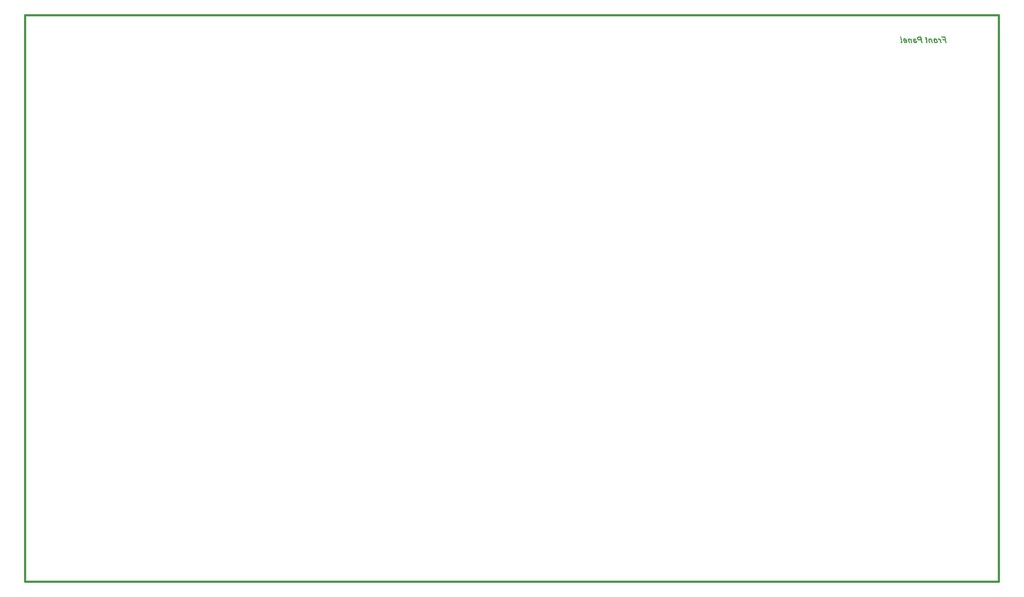
<source format=gbr>
%TF.GenerationSoftware,KiCad,Pcbnew,9.0.2*%
%TF.CreationDate,2025-08-22T18:26:35+01:00*%
%TF.ProjectId,MC8P_MIDI_CONTROLLER,4d433850-5f4d-4494-9449-5f434f4e5452,rev?*%
%TF.SameCoordinates,Original*%
%TF.FileFunction,Legend,Bot*%
%TF.FilePolarity,Positive*%
%FSLAX46Y46*%
G04 Gerber Fmt 4.6, Leading zero omitted, Abs format (unit mm)*
G04 Created by KiCad (PCBNEW 9.0.2) date 2025-08-22 18:26:35*
%MOMM*%
%LPD*%
G01*
G04 APERTURE LIST*
%ADD10C,0.300000*%
%ADD11C,0.200000*%
G04 APERTURE END LIST*
D10*
X21980000Y-114000000D02*
X172980000Y-114000000D01*
X172980000Y-202000000D01*
X21980000Y-202000000D01*
X21980000Y-114000000D01*
D11*
G36*
X164666575Y-117336725D02*
G01*
X164483515Y-117336725D01*
X164690022Y-118330000D01*
X164873082Y-118330000D01*
X164666575Y-117336725D01*
G37*
G36*
X164686847Y-117755479D02*
G01*
X164189080Y-117755479D01*
X164226571Y-117935853D01*
X164724338Y-117935853D01*
X164686847Y-117755479D01*
G37*
G36*
X164599774Y-117336725D02*
G01*
X164028490Y-117336725D01*
X164065982Y-117517098D01*
X164637266Y-117517098D01*
X164599774Y-117336725D01*
G37*
G36*
X163956500Y-117620901D02*
G01*
X163760068Y-117620901D01*
X163907468Y-118330000D01*
X164103900Y-118330000D01*
X163956500Y-117620901D01*
G37*
G36*
X163607294Y-117818372D02*
G01*
X163619477Y-117806546D01*
X163635809Y-117797855D01*
X163654841Y-117792852D01*
X163679162Y-117791017D01*
X163714650Y-117795194D01*
X163745439Y-117807321D01*
X163772646Y-117827592D01*
X163794534Y-117854002D01*
X163811786Y-117887333D01*
X163824120Y-117929014D01*
X163799818Y-117744549D01*
X163753976Y-117687025D01*
X163704747Y-117645875D01*
X163668168Y-117625899D01*
X163632422Y-117614444D01*
X163596852Y-117610704D01*
X163555237Y-117614393D01*
X163521320Y-117624687D01*
X163491985Y-117642081D01*
X163468686Y-117666025D01*
X163607294Y-117818372D01*
G37*
G36*
X163154259Y-117614884D02*
G01*
X163210449Y-117626966D01*
X163261324Y-117646547D01*
X163308203Y-117674053D01*
X163349355Y-117708716D01*
X163385277Y-117751083D01*
X163414285Y-117798696D01*
X163437474Y-117853337D01*
X163454581Y-117916008D01*
X163478639Y-118031474D01*
X163487849Y-118096850D01*
X163487226Y-118151921D01*
X163478272Y-118198536D01*
X163459934Y-118241495D01*
X163433404Y-118276269D01*
X163398039Y-118304049D01*
X163356720Y-118323351D01*
X163305917Y-118335773D01*
X163243494Y-118340258D01*
X163181071Y-118336039D01*
X163124861Y-118323837D01*
X163073928Y-118304049D01*
X163026955Y-118276328D01*
X162985763Y-118241556D01*
X162949853Y-118199207D01*
X162920855Y-118151548D01*
X162897599Y-118096674D01*
X162880366Y-118033550D01*
X162855881Y-117916008D01*
X162850389Y-117876733D01*
X163034821Y-117876733D01*
X163039002Y-117916008D01*
X163063487Y-118033550D01*
X163075126Y-118071906D01*
X163091896Y-118102540D01*
X163113618Y-118126789D01*
X163140315Y-118144993D01*
X163170967Y-118156043D01*
X163206674Y-118159884D01*
X163242008Y-118155705D01*
X163267351Y-118144459D01*
X163285321Y-118126789D01*
X163296266Y-118103582D01*
X163300361Y-118073344D01*
X163296006Y-118033550D01*
X163271521Y-117916008D01*
X163260007Y-117878075D01*
X163243441Y-117847782D01*
X163222001Y-117823806D01*
X163195565Y-117805764D01*
X163165253Y-117794819D01*
X163129982Y-117791017D01*
X163094597Y-117795147D01*
X163068979Y-117806290D01*
X163050603Y-117823806D01*
X163039205Y-117846837D01*
X163034821Y-117876733D01*
X162850389Y-117876733D01*
X162846874Y-117851594D01*
X162847649Y-117797223D01*
X162856735Y-117751083D01*
X162875132Y-117708549D01*
X162901732Y-117674090D01*
X162937213Y-117646547D01*
X162978545Y-117627446D01*
X163029372Y-117615146D01*
X163091819Y-117610704D01*
X163154259Y-117614884D01*
G37*
G36*
X162611210Y-117620901D02*
G01*
X162428089Y-117620901D01*
X162575490Y-118330000D01*
X162758611Y-118330000D01*
X162611210Y-117620901D01*
G37*
G36*
X162268354Y-117900315D02*
G01*
X162264966Y-117866168D01*
X162269497Y-117840041D01*
X162280689Y-117819715D01*
X162298192Y-117804532D01*
X162322878Y-117794697D01*
X162357259Y-117791017D01*
X162390046Y-117794423D01*
X162417886Y-117804163D01*
X162441828Y-117820081D01*
X162461278Y-117841351D01*
X162476198Y-117868158D01*
X162486463Y-117901659D01*
X162467840Y-117744549D01*
X162419412Y-117684147D01*
X162371852Y-117644166D01*
X162336720Y-117625741D01*
X162298033Y-117614552D01*
X162254921Y-117610704D01*
X162201274Y-117616039D01*
X162159290Y-117630755D01*
X162126375Y-117653951D01*
X162100926Y-117686175D01*
X162084426Y-117723947D01*
X162075336Y-117770555D01*
X162074904Y-117828245D01*
X162085172Y-117899644D01*
X162174626Y-118330000D01*
X162357686Y-118330000D01*
X162268354Y-117900315D01*
G37*
G36*
X161783960Y-118333419D02*
G01*
X161842457Y-118327122D01*
X161881784Y-118310735D01*
X161907424Y-118285975D01*
X161922476Y-118252693D01*
X161927854Y-118207372D01*
X161920675Y-118145535D01*
X161768695Y-117414638D01*
X161585573Y-117414638D01*
X161727906Y-118099129D01*
X161730090Y-118123474D01*
X161726196Y-118139063D01*
X161716425Y-118149337D01*
X161699696Y-118153046D01*
X161654267Y-118153046D01*
X161691758Y-118333419D01*
X161783960Y-118333419D01*
G37*
G36*
X161883122Y-117620901D02*
G01*
X161543625Y-117620901D01*
X161576842Y-117780758D01*
X161916339Y-117780758D01*
X161883122Y-117620901D01*
G37*
G36*
X160931186Y-117764394D02*
G01*
X160620387Y-117764394D01*
X160588719Y-117760530D01*
X160559448Y-117749007D01*
X160533470Y-117730643D01*
X160511332Y-117705654D01*
X160494695Y-117675872D01*
X160483977Y-117641418D01*
X160480167Y-117605644D01*
X160484099Y-117576205D01*
X160495612Y-117550807D01*
X160513775Y-117532486D01*
X160537729Y-117521165D01*
X160568974Y-117517098D01*
X160879773Y-117517098D01*
X160842281Y-117336725D01*
X160536245Y-117336725D01*
X160476645Y-117341303D01*
X160426480Y-117354199D01*
X160384082Y-117374644D01*
X160347316Y-117403450D01*
X160319212Y-117438768D01*
X160299085Y-117481561D01*
X160288241Y-117528058D01*
X160286257Y-117580853D01*
X160294262Y-117641418D01*
X160310830Y-117700280D01*
X160334563Y-117753215D01*
X160365458Y-117800969D01*
X160403213Y-117843393D01*
X160446161Y-117878642D01*
X160494785Y-117907154D01*
X160547197Y-117927884D01*
X160602911Y-117940436D01*
X160662641Y-117944706D01*
X160968677Y-117944706D01*
X160931186Y-117764394D01*
G37*
G36*
X160925751Y-117336725D02*
G01*
X160742691Y-117336725D01*
X160949199Y-118330000D01*
X161132259Y-118330000D01*
X160925751Y-117336725D01*
G37*
G36*
X159833436Y-117880532D02*
G01*
X159830788Y-117848511D01*
X159836541Y-117823976D01*
X159849740Y-117804694D01*
X159869191Y-117790757D01*
X159896712Y-117781505D01*
X159935041Y-117778011D01*
X159973836Y-117781184D01*
X160014603Y-117791017D01*
X160053861Y-117806643D01*
X160089586Y-117827226D01*
X160179467Y-117713164D01*
X160123222Y-117670509D01*
X160054232Y-117637693D01*
X159978695Y-117617540D01*
X159897550Y-117610704D01*
X159837542Y-117614577D01*
X159788699Y-117625276D01*
X159749050Y-117641784D01*
X159714249Y-117665941D01*
X159688186Y-117695751D01*
X159669916Y-117731971D01*
X159660193Y-117771839D01*
X159658369Y-117818739D01*
X159665764Y-117874364D01*
X159760469Y-118330000D01*
X159926859Y-118330000D01*
X159833436Y-117880532D01*
G37*
G36*
X160122070Y-118340258D02*
G01*
X160178679Y-118336092D01*
X160221591Y-118324899D01*
X160253770Y-118308039D01*
X160277470Y-118285975D01*
X160294038Y-118258144D01*
X160303842Y-118222899D01*
X160305919Y-118178073D01*
X160298292Y-118120989D01*
X160283427Y-118069686D01*
X160262609Y-118027112D01*
X160236109Y-117991932D01*
X160203709Y-117963208D01*
X160152597Y-117935181D01*
X160088275Y-117917130D01*
X160007398Y-117910573D01*
X159833620Y-117910573D01*
X159853953Y-118053333D01*
X160036402Y-118053333D01*
X160074949Y-118057897D01*
X160101981Y-118070064D01*
X160121537Y-118090596D01*
X160133244Y-118120989D01*
X160134665Y-118143277D01*
X160129421Y-118159838D01*
X160117979Y-118172524D01*
X160090968Y-118184334D01*
X160042569Y-118189255D01*
X159973659Y-118184362D01*
X159929851Y-118172219D01*
X159906495Y-118158144D01*
X159891320Y-118140577D01*
X159882957Y-118118913D01*
X159890345Y-118222044D01*
X159908019Y-118256973D01*
X159938278Y-118286952D01*
X159976731Y-118309964D01*
X160022786Y-118326946D01*
X160071831Y-118336923D01*
X160122070Y-118340258D01*
G37*
G36*
X159416514Y-117620901D02*
G01*
X159233393Y-117620901D01*
X159380793Y-118330000D01*
X159563914Y-118330000D01*
X159416514Y-117620901D01*
G37*
G36*
X159073658Y-117900315D02*
G01*
X159070269Y-117866168D01*
X159074801Y-117840041D01*
X159085992Y-117819715D01*
X159103496Y-117804532D01*
X159128182Y-117794697D01*
X159162562Y-117791017D01*
X159195349Y-117794423D01*
X159223190Y-117804163D01*
X159247131Y-117820081D01*
X159266582Y-117841351D01*
X159281501Y-117868158D01*
X159291767Y-117901659D01*
X159273143Y-117744549D01*
X159224716Y-117684147D01*
X159177156Y-117644166D01*
X159142023Y-117625741D01*
X159103336Y-117614552D01*
X159060225Y-117610704D01*
X159006577Y-117616039D01*
X158964593Y-117630755D01*
X158931679Y-117653951D01*
X158906229Y-117686175D01*
X158889729Y-117723947D01*
X158880640Y-117770555D01*
X158880207Y-117828245D01*
X158890476Y-117899644D01*
X158979930Y-118330000D01*
X159162990Y-118330000D01*
X159073658Y-117900315D01*
G37*
G36*
X158487109Y-118340258D02*
G01*
X158553091Y-118335643D01*
X158606905Y-118322859D01*
X158650751Y-118303011D01*
X158688535Y-118274326D01*
X158716936Y-118238500D01*
X158736725Y-118194384D01*
X158746665Y-118146353D01*
X158747752Y-118089742D01*
X158738435Y-118022620D01*
X158721826Y-117942691D01*
X158703345Y-117874050D01*
X158678867Y-117814547D01*
X158648736Y-117763051D01*
X158611343Y-117716899D01*
X158568887Y-117679338D01*
X158520936Y-117649661D01*
X158468620Y-117628326D01*
X158411140Y-117615223D01*
X158347524Y-117610704D01*
X158288554Y-117616337D01*
X158240635Y-117632089D01*
X158201467Y-117657172D01*
X158170023Y-117691461D01*
X158146403Y-117735657D01*
X158130942Y-117792055D01*
X158125390Y-117851075D01*
X158128358Y-117921526D01*
X158141566Y-118005523D01*
X158151214Y-118051990D01*
X158625594Y-118051990D01*
X158599338Y-117925594D01*
X158292020Y-117925594D01*
X158290554Y-117909169D01*
X158290411Y-117868662D01*
X158296837Y-117837782D01*
X158308628Y-117814281D01*
X158326617Y-117796112D01*
X158350688Y-117784851D01*
X158382878Y-117780758D01*
X158425371Y-117785423D01*
X158461892Y-117798861D01*
X158493764Y-117821058D01*
X158519568Y-117850476D01*
X158539732Y-117887946D01*
X158553970Y-117935181D01*
X158572716Y-118025307D01*
X158577506Y-118073008D01*
X158571403Y-118109310D01*
X158556229Y-118137353D01*
X158532344Y-118158408D01*
X158499065Y-118171945D01*
X158453159Y-118176981D01*
X158416448Y-118173745D01*
X158377627Y-118163670D01*
X158339964Y-118147604D01*
X158304232Y-118125751D01*
X158207206Y-118234378D01*
X158274403Y-118279437D01*
X158345081Y-118312597D01*
X158418323Y-118333561D01*
X158487109Y-118340258D01*
G37*
G36*
X157800176Y-118095710D02*
G01*
X157801230Y-118119697D01*
X157794192Y-118135643D01*
X157779902Y-118145754D01*
X157756029Y-118149626D01*
X157725254Y-118149626D01*
X157762745Y-118330000D01*
X157856290Y-118330000D01*
X157909621Y-118323798D01*
X157948154Y-118307084D01*
X157975725Y-118280846D01*
X157992768Y-118246281D01*
X157999295Y-118201309D01*
X157992944Y-118142116D01*
X157825516Y-117336725D01*
X157642395Y-117336725D01*
X157800176Y-118095710D01*
G37*
M02*

</source>
